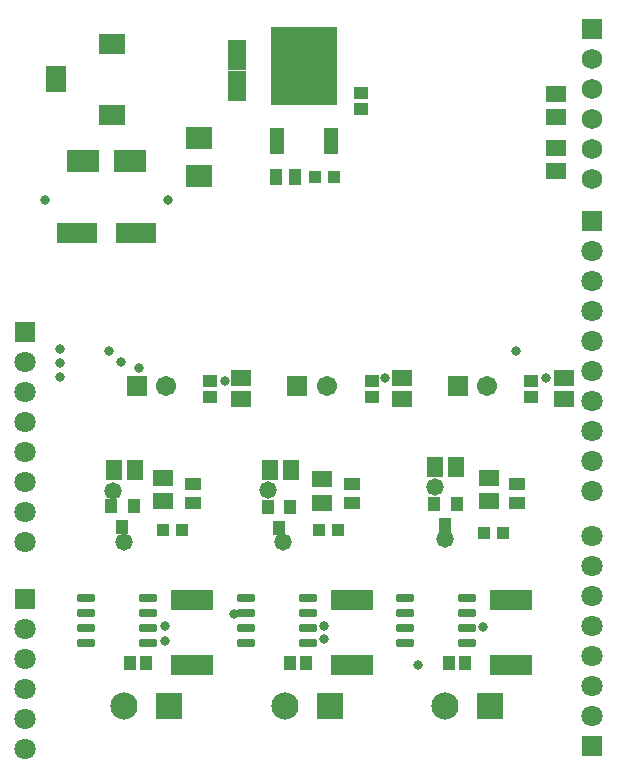
<source format=gts>
G04*
G04 #@! TF.GenerationSoftware,Altium Limited,Altium Designer,20.0.9 (164)*
G04*
G04 Layer_Color=8388736*
%FSLAX25Y25*%
%MOIN*%
G70*
G01*
G75*
%ADD33R,0.04540X0.04147*%
%ADD34R,0.06509X0.05328*%
%ADD35R,0.06509X0.05524*%
%ADD36R,0.03958X0.04627*%
%ADD37R,0.04147X0.04540*%
G04:AMPARAMS|DCode=38|XSize=29.65mil|YSize=57.21mil|CornerRadius=5.95mil|HoleSize=0mil|Usage=FLASHONLY|Rotation=90.000|XOffset=0mil|YOffset=0mil|HoleType=Round|Shape=RoundedRectangle|*
%AMROUNDEDRECTD38*
21,1,0.02965,0.04532,0,0,90.0*
21,1,0.01776,0.05721,0,0,90.0*
1,1,0.01190,0.02266,0.00888*
1,1,0.01190,0.02266,-0.00888*
1,1,0.01190,-0.02266,-0.00888*
1,1,0.01190,-0.02266,0.00888*
%
%ADD38ROUNDEDRECTD38*%
%ADD39R,0.13989X0.06509*%
%ADD40R,0.10642X0.07493*%
%ADD41R,0.13398X0.07099*%
%ADD42R,0.08792X0.07296*%
%ADD43R,0.06115X0.10052*%
%ADD44R,0.22453X0.26391*%
%ADD45R,0.04540X0.09068*%
%ADD46R,0.03950X0.03950*%
%ADD47R,0.03950X0.05721*%
%ADD48R,0.05721X0.03950*%
%ADD49R,0.05328X0.06509*%
%ADD50C,0.06902*%
%ADD51R,0.06902X0.06902*%
%ADD52C,0.07099*%
%ADD53R,0.07099X0.07099*%
%ADD54R,0.09068X0.09068*%
%ADD55C,0.09068*%
%ADD56R,0.06706X0.06706*%
%ADD57C,0.06706*%
%ADD58R,0.06706X0.09068*%
%ADD59R,0.09068X0.06706*%
%ADD60C,0.05800*%
%ADD61C,0.03300*%
D33*
X73000Y3342D02*
D03*
Y8658D02*
D03*
X16500Y99185D02*
D03*
Y104500D02*
D03*
X-34000Y3342D02*
D03*
Y8658D02*
D03*
X20000Y3342D02*
D03*
Y8658D02*
D03*
D34*
X84000Y2555D02*
D03*
Y9445D02*
D03*
X-23500Y2555D02*
D03*
Y9445D02*
D03*
X30000Y2555D02*
D03*
Y9445D02*
D03*
D35*
X81500Y86437D02*
D03*
Y78563D02*
D03*
Y96563D02*
D03*
Y104437D02*
D03*
X3500Y-24126D02*
D03*
Y-32000D02*
D03*
X-49688Y-23642D02*
D03*
Y-31516D02*
D03*
X58989Y-31437D02*
D03*
Y-23563D02*
D03*
D36*
X48240Y-32516D02*
D03*
X40760D02*
D03*
X44500Y-39484D02*
D03*
X-59437Y-33031D02*
D03*
X-66917D02*
D03*
X-63177Y-40000D02*
D03*
X-7249Y-33516D02*
D03*
X-14729D02*
D03*
X-10989Y-40484D02*
D03*
D37*
X51157Y-85499D02*
D03*
X45842D02*
D03*
X-1843D02*
D03*
X-7158D02*
D03*
X-60658Y-85500D02*
D03*
X-55343D02*
D03*
D38*
X51835Y-78612D02*
D03*
Y-73612D02*
D03*
Y-68612D02*
D03*
Y-63612D02*
D03*
X31165Y-78612D02*
D03*
Y-73612D02*
D03*
Y-68612D02*
D03*
Y-63612D02*
D03*
X-1165Y-78612D02*
D03*
Y-73612D02*
D03*
Y-68612D02*
D03*
Y-63612D02*
D03*
X-21835Y-78612D02*
D03*
Y-73612D02*
D03*
Y-68612D02*
D03*
Y-63612D02*
D03*
X-54665Y-78612D02*
D03*
Y-73612D02*
D03*
Y-68612D02*
D03*
Y-63612D02*
D03*
X-75335Y-78612D02*
D03*
Y-73612D02*
D03*
Y-68612D02*
D03*
Y-63612D02*
D03*
D39*
X13500Y-64346D02*
D03*
Y-86000D02*
D03*
X-40000Y-64346D02*
D03*
Y-86000D02*
D03*
X66500Y-64346D02*
D03*
Y-86000D02*
D03*
D40*
X-76248Y82000D02*
D03*
X-60500D02*
D03*
D41*
X-78342Y58000D02*
D03*
X-58657D02*
D03*
D42*
X-37500Y89520D02*
D03*
Y77000D02*
D03*
D43*
X-25000Y107000D02*
D03*
Y117433D02*
D03*
D44*
X-2500Y113500D02*
D03*
D45*
X6476Y88697D02*
D03*
X-11476D02*
D03*
D46*
X7500Y76500D02*
D03*
X1201D02*
D03*
X-43350Y-41000D02*
D03*
X-49650D02*
D03*
X2350D02*
D03*
X8650D02*
D03*
X57350Y-42000D02*
D03*
X63650D02*
D03*
D47*
X-5500Y76500D02*
D03*
X-11799D02*
D03*
D48*
X68500Y-25850D02*
D03*
Y-32150D02*
D03*
X-39500D02*
D03*
Y-25850D02*
D03*
X13500D02*
D03*
Y-32150D02*
D03*
D49*
X-59055Y-21000D02*
D03*
X-65945D02*
D03*
X-7055Y-21100D02*
D03*
X-13945D02*
D03*
X41055Y-19900D02*
D03*
X47945D02*
D03*
D50*
X93500Y76000D02*
D03*
Y86000D02*
D03*
Y96000D02*
D03*
Y106000D02*
D03*
Y116000D02*
D03*
D51*
Y126000D02*
D03*
D52*
X-95500Y-25000D02*
D03*
Y-5000D02*
D03*
Y15000D02*
D03*
Y5000D02*
D03*
Y-15000D02*
D03*
Y-35000D02*
D03*
Y-45000D02*
D03*
Y-94000D02*
D03*
Y-74000D02*
D03*
Y-84000D02*
D03*
Y-104000D02*
D03*
Y-114000D02*
D03*
X93500Y-63000D02*
D03*
Y-83000D02*
D03*
Y-103000D02*
D03*
Y-93000D02*
D03*
Y-73000D02*
D03*
Y-53000D02*
D03*
Y-43000D02*
D03*
Y-28000D02*
D03*
Y-18000D02*
D03*
Y12000D02*
D03*
Y32000D02*
D03*
Y52000D02*
D03*
Y42000D02*
D03*
Y22000D02*
D03*
Y2000D02*
D03*
Y-8000D02*
D03*
D53*
X-95500Y25000D02*
D03*
Y-64000D02*
D03*
X93500Y-113000D02*
D03*
Y62000D02*
D03*
D54*
X-47500Y-99801D02*
D03*
X6000D02*
D03*
X59500D02*
D03*
D55*
X-62500D02*
D03*
X-9000D02*
D03*
X44500D02*
D03*
D56*
X48654Y7000D02*
D03*
X-58346D02*
D03*
X-4846D02*
D03*
D57*
X58496D02*
D03*
X-48504D02*
D03*
X4996D02*
D03*
D58*
X-85216Y109221D02*
D03*
D59*
X-66713Y121031D02*
D03*
Y97409D02*
D03*
D60*
X41000Y-26700D02*
D03*
X-14500Y-27800D02*
D03*
X-62500Y-45000D02*
D03*
X-66315Y-28000D02*
D03*
X44500Y-44000D02*
D03*
X-9500Y-45000D02*
D03*
D61*
X57100Y-73500D02*
D03*
X77894Y9445D02*
D03*
X-29000Y8500D02*
D03*
X24500Y9500D02*
D03*
X-57500Y13000D02*
D03*
X-67500Y18500D02*
D03*
X-63500Y15000D02*
D03*
X-84000Y14750D02*
D03*
Y19250D02*
D03*
Y10000D02*
D03*
X68000Y18500D02*
D03*
X4000Y-73000D02*
D03*
X-49000D02*
D03*
X-89000Y69000D02*
D03*
X-48000D02*
D03*
X-39500Y-25850D02*
D03*
X35500Y-86000D02*
D03*
X4000Y-77500D02*
D03*
X-26000Y-69000D02*
D03*
X-49000Y-78000D02*
D03*
M02*

</source>
